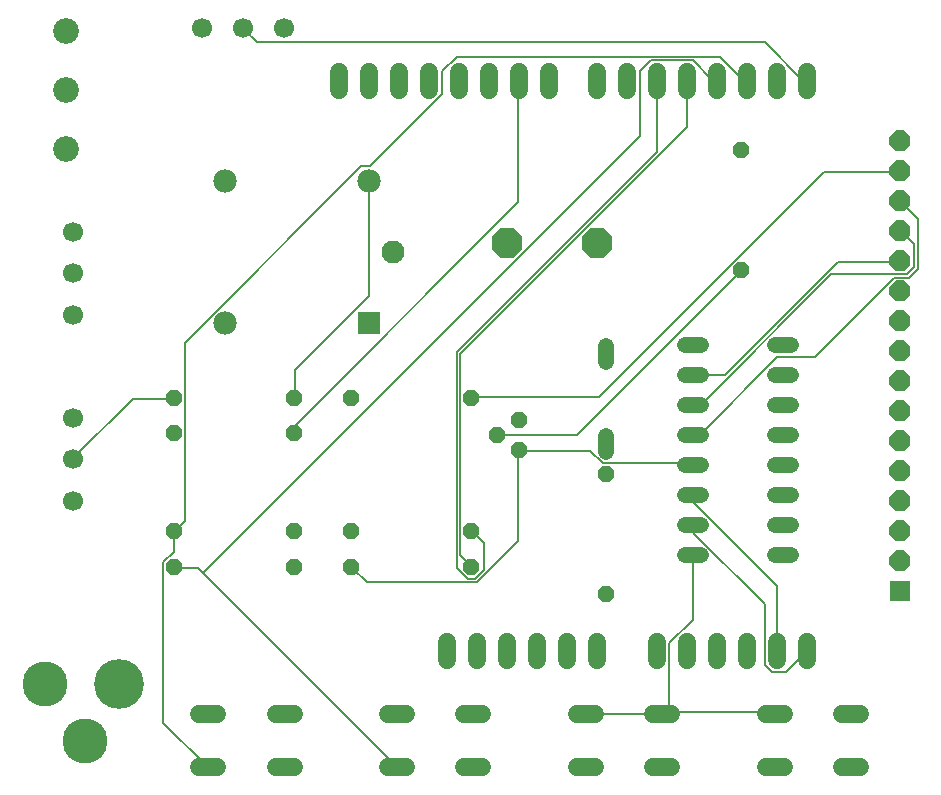
<source format=gbr>
G04 EAGLE Gerber RS-274X export*
G75*
%MOMM*%
%FSLAX34Y34*%
%LPD*%
%INBottom Copper*%
%IPPOS*%
%AMOC8*
5,1,8,0,0,1.08239X$1,22.5*%
G01*
%ADD10R,1.980000X1.980000*%
%ADD11C,1.935000*%
%ADD12C,1.980000*%
%ADD13C,1.320800*%
%ADD14C,4.216000*%
%ADD15C,3.816000*%
%ADD16C,1.524000*%
%ADD17P,1.924489X8X202.500000*%
%ADD18R,1.778000X1.778000*%
%ADD19P,1.429621X8X112.500000*%
%ADD20P,1.429621X8X202.500000*%
%ADD21C,2.184400*%
%ADD22P,1.429621X8X22.500000*%
%ADD23P,2.749271X8X22.500000*%
%ADD24C,1.700000*%
%ADD25C,0.152400*%


D10*
X264200Y303220D03*
D11*
X284200Y363220D03*
D12*
X264200Y423220D03*
X142200Y423220D03*
X142200Y303220D03*
D13*
X464820Y207264D02*
X464820Y194056D01*
X464820Y270256D02*
X464820Y283464D01*
X608076Y106680D02*
X621284Y106680D01*
X621284Y132080D02*
X608076Y132080D01*
X608076Y157480D02*
X621284Y157480D01*
X621284Y182880D02*
X608076Y182880D01*
X608076Y208280D02*
X621284Y208280D01*
X621284Y233680D02*
X608076Y233680D01*
X608076Y259080D02*
X621284Y259080D01*
X621284Y284480D02*
X608076Y284480D01*
X545084Y284480D02*
X531876Y284480D01*
X531876Y259080D02*
X545084Y259080D01*
X545084Y233680D02*
X531876Y233680D01*
X531876Y208280D02*
X545084Y208280D01*
X545084Y182880D02*
X531876Y182880D01*
X531876Y157480D02*
X545084Y157480D01*
X545084Y132080D02*
X531876Y132080D01*
X531876Y106680D02*
X545084Y106680D01*
D14*
X52180Y-2540D03*
D15*
X-10320Y-2540D03*
X23680Y-50540D03*
D16*
X635000Y500380D02*
X635000Y515620D01*
X609600Y515620D02*
X609600Y500380D01*
X584200Y500380D02*
X584200Y515620D01*
X558800Y515620D02*
X558800Y500380D01*
X533400Y500380D02*
X533400Y515620D01*
X508000Y515620D02*
X508000Y500380D01*
X482600Y500380D02*
X482600Y515620D01*
X457200Y515620D02*
X457200Y500380D01*
X238760Y500380D02*
X238760Y515620D01*
X264160Y515620D02*
X264160Y500380D01*
X289560Y500380D02*
X289560Y515620D01*
X314960Y515620D02*
X314960Y500380D01*
X340360Y500380D02*
X340360Y515620D01*
X365760Y515620D02*
X365760Y500380D01*
X391160Y500380D02*
X391160Y515620D01*
X416560Y515620D02*
X416560Y500380D01*
X635000Y33020D02*
X635000Y17780D01*
X609600Y17780D02*
X609600Y33020D01*
X584200Y33020D02*
X584200Y17780D01*
X558800Y17780D02*
X558800Y33020D01*
X533400Y33020D02*
X533400Y17780D01*
X508000Y17780D02*
X508000Y33020D01*
X457200Y33020D02*
X457200Y17780D01*
X431800Y17780D02*
X431800Y33020D01*
X406400Y33020D02*
X406400Y17780D01*
X381000Y17780D02*
X381000Y33020D01*
X355600Y33020D02*
X355600Y17780D01*
X330200Y17780D02*
X330200Y33020D01*
D17*
X713740Y101600D03*
D18*
X713740Y76200D03*
D17*
X713740Y127000D03*
X713740Y152400D03*
X713740Y177800D03*
X713740Y203200D03*
X713740Y228600D03*
X713740Y254000D03*
X713740Y279400D03*
X713740Y304800D03*
X713740Y330200D03*
X713740Y355600D03*
X713740Y381000D03*
X713740Y406400D03*
X713740Y431800D03*
X713740Y457200D03*
D19*
X464820Y73660D03*
X464820Y175260D03*
D20*
X200800Y240000D03*
X99200Y240000D03*
D21*
X7620Y550380D03*
X7620Y500380D03*
X7620Y450380D03*
D20*
X350800Y240000D03*
X249200Y240000D03*
D19*
X579120Y347980D03*
X579120Y449580D03*
D20*
X350800Y127000D03*
X249200Y127000D03*
X350800Y97000D03*
X249200Y97000D03*
D22*
X99200Y97000D03*
X200800Y97000D03*
X99200Y127000D03*
X200800Y127000D03*
D20*
X200800Y210000D03*
X99200Y210000D03*
D16*
X599868Y-27394D02*
X615108Y-27394D01*
X664892Y-27394D02*
X680132Y-27394D01*
X615108Y-72606D02*
X599868Y-72606D01*
X664892Y-72606D02*
X680132Y-72606D01*
X455108Y-27394D02*
X439868Y-27394D01*
X504892Y-27394D02*
X520132Y-27394D01*
X455108Y-72606D02*
X439868Y-72606D01*
X504892Y-72606D02*
X520132Y-72606D01*
X295108Y-27394D02*
X279868Y-27394D01*
X344892Y-27394D02*
X360132Y-27394D01*
X295108Y-72606D02*
X279868Y-72606D01*
X344892Y-72606D02*
X360132Y-72606D01*
X135108Y-27394D02*
X119868Y-27394D01*
X184892Y-27394D02*
X200132Y-27394D01*
X135108Y-72606D02*
X119868Y-72606D01*
X184892Y-72606D02*
X200132Y-72606D01*
D23*
X381000Y370840D03*
X457200Y370840D03*
D19*
X391160Y220980D03*
X372110Y208280D03*
X391160Y195580D03*
D24*
X13700Y310440D03*
X13700Y345440D03*
X13700Y380440D03*
X13700Y152960D03*
X13700Y187960D03*
X13700Y222960D03*
X122480Y552720D03*
X157480Y552720D03*
X192480Y552720D03*
D25*
X391668Y195072D02*
X451104Y195072D01*
X461772Y184404D01*
X536448Y184404D01*
X537972Y182880D01*
X391668Y195072D02*
X391160Y195580D01*
X537972Y182880D02*
X538480Y182880D01*
X390144Y195072D02*
X390144Y118872D01*
X355092Y83820D01*
X262128Y83820D01*
X249936Y96012D01*
X390144Y195072D02*
X391160Y195580D01*
X249936Y96012D02*
X249200Y97000D01*
X263652Y326136D02*
X263652Y422148D01*
X263652Y326136D02*
X201168Y263652D01*
X201168Y240792D01*
X263652Y422148D02*
X264200Y423220D01*
X201168Y240792D02*
X200800Y240000D01*
X448056Y-27432D02*
X512064Y-27432D01*
X448056Y-27432D02*
X447488Y-27394D01*
X512064Y-27432D02*
X512512Y-27394D01*
X537972Y51816D02*
X537972Y106680D01*
X537972Y51816D02*
X518160Y32004D01*
X518160Y-21336D01*
X513588Y-25908D01*
X537972Y106680D02*
X538480Y106680D01*
X513588Y-25908D02*
X512512Y-27394D01*
X522732Y-25908D02*
X606552Y-25908D01*
X522732Y-25908D02*
X518160Y-21336D01*
X606552Y-25908D02*
X607488Y-27394D01*
X518160Y-21336D02*
X512512Y-27394D01*
X538480Y259080D02*
X565404Y259080D01*
X661416Y355092D01*
X713232Y355092D01*
X713740Y355600D01*
X545592Y234696D02*
X539496Y234696D01*
X545592Y234696D02*
X655320Y344424D01*
X719328Y344424D01*
X725424Y350520D01*
X725424Y370332D01*
X714756Y381000D01*
X539496Y234696D02*
X538480Y233680D01*
X713740Y381000D02*
X714756Y381000D01*
X544068Y208788D02*
X539496Y208788D01*
X544068Y208788D02*
X609600Y274320D01*
X641604Y274320D01*
X708660Y341376D01*
X720852Y341376D01*
X728472Y348996D01*
X728472Y391668D01*
X713740Y406400D01*
X539496Y208788D02*
X538480Y208280D01*
X458724Y240792D02*
X352044Y240792D01*
X458724Y240792D02*
X649224Y431292D01*
X713232Y431292D01*
X352044Y240792D02*
X350800Y240000D01*
X713232Y431292D02*
X713740Y431800D01*
X539496Y131064D02*
X539496Y124968D01*
X598932Y65532D01*
X598932Y13716D01*
X605028Y7620D01*
X617220Y7620D01*
X635000Y25400D01*
X539496Y131064D02*
X538480Y132080D01*
X539496Y150876D02*
X539496Y156972D01*
X539496Y150876D02*
X609600Y80772D01*
X609600Y25400D01*
X539496Y156972D02*
X538480Y157480D01*
X440436Y208788D02*
X373380Y208788D01*
X440436Y208788D02*
X579120Y347472D01*
X373380Y208788D02*
X372110Y208280D01*
X579120Y347472D02*
X579120Y347980D01*
X507492Y448056D02*
X507492Y507492D01*
X507492Y448056D02*
X338328Y278892D01*
X338328Y96012D01*
X347472Y86868D01*
X353568Y86868D01*
X361188Y94488D01*
X361188Y117348D01*
X352044Y126492D01*
X507492Y507492D02*
X508000Y508000D01*
X352044Y126492D02*
X350800Y127000D01*
X533400Y469392D02*
X533400Y508000D01*
X533400Y469392D02*
X341376Y277368D01*
X341376Y106680D01*
X350520Y97536D01*
X350800Y97000D01*
X118872Y96012D02*
X100584Y96012D01*
X123444Y91440D02*
X286512Y-71628D01*
X123444Y91440D02*
X118872Y96012D01*
X100584Y96012D02*
X99200Y97000D01*
X286512Y-71628D02*
X287488Y-72606D01*
X554736Y509016D02*
X557784Y509016D01*
X554736Y509016D02*
X537972Y525780D01*
X502920Y525780D01*
X493776Y516636D01*
X493776Y461772D01*
X123444Y91440D01*
X557784Y509016D02*
X558800Y508000D01*
X99060Y126492D02*
X99060Y109728D01*
X89916Y100584D01*
X89916Y-35052D01*
X126492Y-71628D01*
X99060Y126492D02*
X99200Y127000D01*
X126492Y-71628D02*
X127488Y-72606D01*
X580644Y509016D02*
X583692Y509016D01*
X580644Y509016D02*
X560832Y528828D01*
X338328Y528828D01*
X326136Y516636D01*
X326136Y496824D01*
X265176Y435864D01*
X257556Y435864D01*
X108204Y286512D01*
X108204Y135636D01*
X100584Y128016D01*
X584200Y508000D02*
X583692Y509016D01*
X100584Y128016D02*
X99200Y127000D01*
X201168Y210312D02*
X201168Y216408D01*
X390144Y405384D01*
X390144Y507492D01*
X201168Y210312D02*
X200800Y210000D01*
X390144Y507492D02*
X391160Y508000D01*
X99060Y239268D02*
X64008Y239268D01*
X13716Y188976D01*
X99060Y239268D02*
X99200Y240000D01*
X13716Y188976D02*
X13700Y187960D01*
X630936Y509016D02*
X633984Y509016D01*
X630936Y509016D02*
X598932Y541020D01*
X169164Y541020D01*
X158496Y551688D01*
X633984Y509016D02*
X635000Y508000D01*
X158496Y551688D02*
X157480Y552720D01*
M02*

</source>
